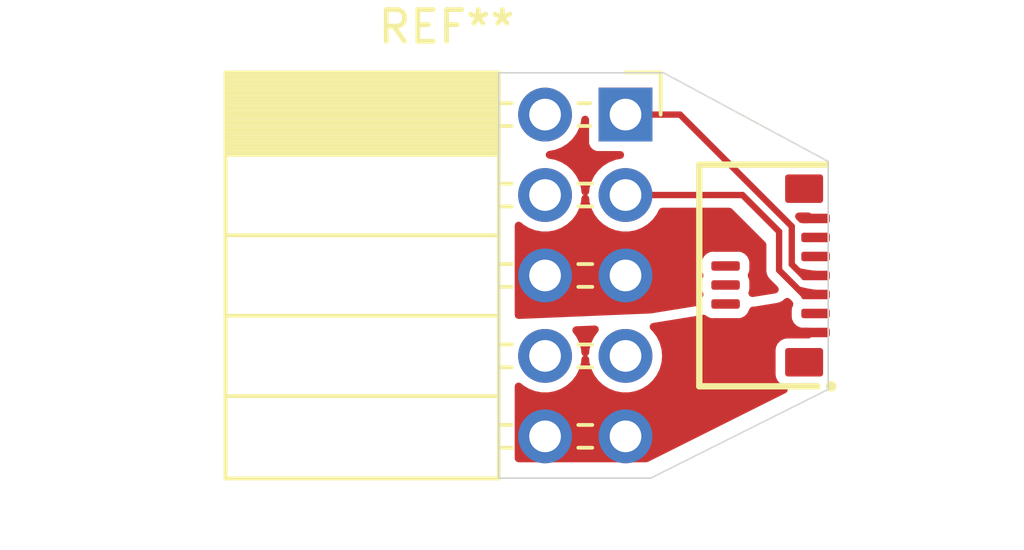
<source format=kicad_pcb>
(kicad_pcb (version 20240108) (generator "pcbnew") (generator_version "8.0")
  (layers (0 "F.Cu" signal) (31 "B.Cu" signal) (34 "B.Paste" user) (35 "F.Paste" user) (36 "B.SilkS" user "B.Silkscreen") (37 "F.SilkS" user "F.Silkscreen") (38 "B.Mask" user) (39 "F.Mask" user) (44 "Edge.Cuts" user))
  (net 0 "")
  (net 1 "GND")
  (net 2 "5V(2)")
  (net 3 "D+")
  (net 4 "D-")
  (net 5 "swc")
  (net 6 "swd")
  (net 7 "antenna")
  (net 8 "Batteryin")
  (footprint "Library:FPC" (layer "F.Cu") (at 173.179997 96.599998 90)
    (property "Reference" "U4" (hide yes))
    (property "Value" "Conn_01x14_Socket")
    (fp_line (start -3.5 -2.25) (end 3.5 -2.25) (stroke (width 0.2)) (layer "F.SilkS"))
    (fp_line (start -3.5 1.48) (end -3.5 -2.25) (stroke (width 0.2)) (layer "F.SilkS"))
    (fp_line (start 3.5 1.75) (end 3.5 -2.25) (stroke (width 0.2)) (layer "F.SilkS"))
    (fp_circle (center -3.5 1.91) (end -3.382638 1.89589) (stroke (width 0.1)) (fill solid) (layer "F.SilkS"))
    (pad "1" smd roundrect (at -1.8 1.42 90) (size 0.3 0.9) (layers "F.Cu" "F.Paste" "F.Mask") (net 2 "5V(2)"))
    (pad "2" smd roundrect (at -1.5 -1.42 90) (size 0.3 0.9) (layers "F.Cu" "F.Paste" "F.Mask") (net 2 "5V(2)"))
    (pad "3" smd roundrect (at -1.200001 1.42 90) (size 0.3 0.9) (layers "F.Cu" "F.Paste" "F.Mask") (net 8 "Batteryin"))
    (pad "4" smd roundrect (at -0.9 -1.420001 90) (size 0.3 0.9) (layers "F.Cu" "F.Paste" "F.Mask") (net 8 "Batteryin"))
    (pad "5" smd roundrect (at -0.6 1.420001 90) (size 0.3 0.9) (layers "F.Cu" "F.Paste" "F.Mask") (net 6 "swd"))
    (pad "6" smd roundrect (at -0.3 -1.420001 90) (size 0.3 0.9) (layers "F.Cu" "F.Paste" "F.Mask") (net 4 "D-"))
    (pad "7" smd roundrect (at 0 1.420001 90) (size 0.3 0.9) (layers "F.Cu" "F.Paste" "F.Mask") (net 5 "swc"))
    (pad "8" smd roundrect (at 0.3 -1.420001 90) (size 0.3 0.9) (layers "F.Cu" "F.Paste" "F.Mask") (net 3 "D+"))
    (pad "9" smd roundrect (at 0.6 1.420001 90) (size 0.3 0.9) (layers "F.Cu" "F.Paste" "F.Mask") (net 1 "GND"))
    (pad "10" smd roundrect (at 0.9 -1.420001 90) (size 0.3 0.9) (layers "F.Cu" "F.Paste" "F.Mask") (net 1 "GND"))
    (pad "11" smd roundrect (at 1.200001 1.42 90) (size 0.3 0.9) (layers "F.Cu" "F.Paste" "F.Mask") (net 7 "antenna"))
    (pad "12" smd roundrect (at 1.5 -1.42 90) (size 0.3 0.9) (layers "F.Cu" "F.Paste" "F.Mask") (net 1 "GND"))
    (pad "13" smd roundrect (at 1.8 1.42 90) (size 0.3 0.9) (layers "F.Cu" "F.Paste" "F.Mask") (net 1 "GND"))
    (pad "14" smd roundrect (at -2.74 1.06 270) (size 0.9 1.2) (layers "F.Cu" "F.Paste" "F.Mask") (roundrect_rratio 0.1))
    (pad "15" smd roundrect (at 2.74 1.06 270) (size 0.9 1.2) (layers "F.Cu" "F.Paste" "F.Mask") (roundrect_rratio 0.1))
  )
  (footprint "Connector_PinSocket_2.54mm:PinSocket_2x05_P2.54mm_Horizontal" (layer "F.Cu") (at 168.599997 91.519997)
    (property "Reference" "REF**" (at -5.65 -2.77 0) (layer "F.SilkS"))
    (property "Value" "PinSocket_2x05_P2.54mm_Horizontal")
    (fp_line (start -12.63 -1.33) (end -12.63 11.49) (stroke (width 0.12)) (layer "F.SilkS"))
    (fp_line (start -12.63 -1.33) (end -4 -1.33) (stroke (width 0.12)) (layer "F.SilkS"))
    (fp_line (start -12.63 -1.21) (end -4 -1.21) (stroke (width 0.12)) (layer "F.SilkS"))
    (fp_line (start -12.63 -1.091905) (end -4 -1.091905) (stroke (width 0.12)) (layer "F.SilkS"))
    (fp_line (start -12.63 -0.97381) (end -4 -0.97381) (stroke (width 0.12)) (layer "F.SilkS"))
    (fp_line (start -12.63 -0.855715) (end -4 -0.855715) (stroke (width 0.12)) (layer "F.SilkS"))
    (fp_line (start -12.63 -0.73762) (end -4 -0.73762) (stroke (width 0.12)) (layer "F.SilkS"))
    (fp_line (start -12.63 -0.619525) (end -4 -0.619525) (stroke (width 0.12)) (layer "F.SilkS"))
    (fp_line (start -12.63 -0.50143) (end -4 -0.50143) (stroke (width 0.12)) (layer "F.SilkS"))
    (fp_line (start -12.63 -0.383335) (end -4 -0.383335) (stroke (width 0.12)) (layer "F.SilkS"))
    (fp_line (start -12.63 -0.26524) (end -4 -0.26524) (stroke (width 0.12)) (layer "F.SilkS"))
    (fp_line (start -12.63 -0.147145) (end -4 -0.147145) (stroke (width 0.12)) (layer "F.SilkS"))
    (fp_line (start -12.63 -0.02905) (end -4 -0.02905) (stroke (width 0.12)) (layer "F.SilkS"))
    (fp_line (start -12.63 0.089045) (end -4 0.089045) (stroke (width 0.12)) (layer "F.SilkS"))
    (fp_line (start -12.63 0.20714) (end -4 0.20714) (stroke (width 0.12)) (layer "F.SilkS"))
    (fp_line (start -12.63 0.325235) (end -4 0.325235) (stroke (width 0.12)) (layer "F.SilkS"))
    (fp_line (start -12.63 0.44333) (end -4 0.44333) (stroke (width 0.12)) (layer "F.SilkS"))
    (fp_line (start -12.63 0.561425) (end -4 0.561425) (stroke (width 0.12)) (layer "F.SilkS"))
    (fp_line (start -12.63 0.67952) (end -4 0.67952) (stroke (width 0.12)) (layer "F.SilkS"))
    (fp_line (start -12.63 0.797615) (end -4 0.797615) (stroke (width 0.12)) (layer "F.SilkS"))
    (fp_line (start -12.63 0.91571) (end -4 0.91571) (stroke (width 0.12)) (layer "F.SilkS"))
    (fp_line (start -12.63 1.033805) (end -4 1.033805) (stroke (width 0.12)) (layer "F.SilkS"))
    (fp_line (start -12.63 1.1519) (end -4 1.1519) (stroke (width 0.12)) (layer "F.SilkS"))
    (fp_line (start -12.63 1.27) (end -4 1.27) (stroke (width 0.12)) (layer "F.SilkS"))
    (fp_line (start -12.63 3.81) (end -4 3.81) (stroke (width 0.12)) (layer "F.SilkS"))
    (fp_line (start -12.63 6.35) (end -4 6.35) (stroke (width 0.12)) (layer "F.SilkS"))
    (fp_line (start -12.63 8.89) (end -4 8.89) (stroke (width 0.12)) (layer "F.SilkS"))
    (fp_line (start -12.63 11.49) (end -4 11.49) (stroke (width 0.12)) (layer "F.SilkS"))
    (fp_line (start -4 -1.33) (end -4 11.49) (stroke (width 0.12)) (layer "F.SilkS"))
    (fp_line (start -4 -0.36) (end -3.59 -0.36) (stroke (width 0.12)) (layer "F.SilkS"))
    (fp_line (start -4 0.36) (end -3.59 0.36) (stroke (width 0.12)) (layer "F.SilkS"))
    (fp_line (start -4 2.18) (end -3.59 2.18) (stroke (width 0.12)) (layer "F.SilkS"))
    (fp_line (start -4 2.9) (end -3.59 2.9) (stroke (width 0.12)) (layer "F.SilkS"))
    (fp_line (start -4 4.72) (end -3.59 4.72) (stroke (width 0.12)) (layer "F.SilkS"))
    (fp_line (start -4 5.44) (end -3.59 5.44) (stroke (width 0.12)) (layer "F.SilkS"))
    (fp_line (start -4 7.26) (end -3.59 7.26) (stroke (width 0.12)) (layer "F.SilkS"))
    (fp_line (start -4 7.98) (end -3.59 7.98) (stroke (width 0.12)) (layer "F.SilkS"))
    (fp_line (start -4 9.8) (end -3.59 9.8) (stroke (width 0.12)) (layer "F.SilkS"))
    (fp_line (start -4 10.52) (end -3.59 10.52) (stroke (width 0.12)) (layer "F.SilkS"))
    (fp_line (start -1.49 -0.36) (end -1.11 -0.36) (stroke (width 0.12)) (layer "F.SilkS"))
    (fp_line (start -1.49 0.36) (end -1.11 0.36) (stroke (width 0.12)) (layer "F.SilkS"))
    (fp_line (start -1.49 2.18) (end -1.05 2.18) (stroke (width 0.12)) (layer "F.SilkS"))
    (fp_line (start -1.49 2.9) (end -1.05 2.9) (stroke (width 0.12)) (layer "F.SilkS"))
    (fp_line (start -1.49 4.72) (end -1.05 4.72) (stroke (width 0.12)) (layer "F.SilkS"))
    (fp_line (start -1.49 5.44) (end -1.05 5.44) (stroke (width 0.12)) (layer "F.SilkS"))
    (fp_line (start -1.49 7.26) (end -1.05 7.26) (stroke (width 0.12)) (layer "F.SilkS"))
    (fp_line (start -1.49 7.98) (end -1.05 7.98) (stroke (width 0.12)) (layer "F.SilkS"))
    (fp_line (start -1.49 9.8) (end -1.05 9.8) (stroke (width 0.12)) (layer "F.SilkS"))
    (fp_line (start -1.49 10.52) (end -1.05 10.52) (stroke (width 0.12)) (layer "F.SilkS"))
    (fp_line (start 0 -1.33) (end 1.11 -1.33) (stroke (width 0.12)) (layer "F.SilkS"))
    (fp_line (start 1.11 -1.33) (end 1.11 0) (stroke (width 0.12)) (layer "F.SilkS"))
    (pad "1" thru_hole rect (at 0 0) (size 1.7 1.7) (drill 1) (layers "*.Cu" "*.Mask") (net 5 "swc"))
    (pad "2" thru_hole oval (at -2.54 0) (size 1.7 1.7) (drill 1) (layers "*.Cu" "*.Mask"))
    (pad "3" thru_hole oval (at 0 2.54) (size 1.7 1.7) (drill 1) (layers "*.Cu" "*.Mask") (net 6 "swd"))
    (pad "4" thru_hole oval (at -2.54 2.54) (size 1.7 1.7) (drill 1) (layers "*.Cu" "*.Mask"))
    (pad "5" thru_hole oval (at 0 5.08) (size 1.7 1.7) (drill 1) (layers "*.Cu" "*.Mask") (net 1 "GND"))
    (pad "6" thru_hole oval (at -2.54 5.08) (size 1.7 1.7) (drill 1) (layers "*.Cu" "*.Mask") (net 1 "GND"))
    (pad "7" thru_hole oval (at 0 7.62) (size 1.7 1.7) (drill 1) (layers "*.Cu" "*.Mask"))
    (pad "8" thru_hole oval (at -2.54 7.62) (size 1.7 1.7) (drill 1) (layers "*.Cu" "*.Mask"))
    (pad "9" thru_hole oval (at 0 10.16) (size 1.7 1.7) (drill 1) (layers "*.Cu" "*.Mask") (net 2 "5V(2)"))
    (pad "10" thru_hole oval (at -2.54 10.16) (size 1.7 1.7) (drill 1) (layers "*.Cu" "*.Mask") (net 2 "5V(2)"))
  )
  (gr_line (start 164.599997 90.199997) (end 164.599997 102.999997) (stroke (width 0.05)) (layer "Edge.Cuts"))
  (gr_line (start 164.599997 102.999997) (end 169.399997 102.999997) (stroke (width 0.05)) (layer "Edge.Cuts"))
  (gr_line (start 169.399997 102.999997) (end 174.999997 100.199997) (stroke (width 0.05)) (layer "Edge.Cuts"))
  (gr_line (start 169.799997 90.199997) (end 164.599997 90.199997) (stroke (width 0.05)) (layer "Edge.Cuts"))
  (gr_line (start 174.999997 92.999997) (end 169.799997 90.199997) (stroke (width 0.05)) (layer "Edge.Cuts"))
  (gr_line (start 174.999997 100.199997) (end 174.999997 92.999997) (stroke (width 0.05)) (layer "Edge.Cuts"))
  (segment (start 174.199998 96.599998) (end 174.399997 96.599998) (width 0.2) (layer "F.Cu") (net 5))
  (segment (start 173.849997 95.049997) (end 173.849997 96.249997) (width 0.2) (layer "F.Cu") (net 5))
  (segment (start 168.599997 91.519997) (end 170.319997 91.519997) (width 0.2) (layer "F.Cu") (net 5))
  (segment (start 173.849997 96.249997) (end 174.199998 96.599998) (width 0.2) (layer "F.Cu") (net 5))
  (segment (start 170.319997 91.519997) (end 173.849997 95.049997) (width 0.2) (layer "F.Cu") (net 5))
  (segment (start 174.217588 97.199998) (end 174.399997 97.199998) (width 0.2) (layer "F.Cu") (net 6))
  (segment (start 173.449997 96.432407) (end 174.217588 97.199998) (width 0.2) (layer "F.Cu") (net 6))
  (segment (start 168.599997 94.059997) (end 172.294311 94.059997) (width 0.2) (layer "F.Cu") (net 6))
  (segment (start 173.449997 95.215683) (end 173.449997 96.432407) (width 0.2) (layer "F.Cu") (net 6))
  (segment (start 172.294311 94.059997) (end 173.449997 95.215683) (width 0.2) (layer "F.Cu") (net 6))
  (zone (net 1) (net_name "GND") (layer "F.Cu") (name "1") (priority 1) (connect_pads yes (clearance 0.3)) (min_thickness 0.25) (fill yes (thermal_gap 0.5) (thermal_bridge_width 0.5))
    (polygon (pts (xy 164.599997 90.199997) (xy 164.599997 97.999997) (xy 169.399997 97.799997) (xy 175.599997 96.799997) (xy 175.799997 91.999997) (xy 169.599997 89.599997)))
  )
  (zone (net 2) (net_name "5V(2)") (layer "F.Cu") (connect_pads yes (clearance 0.3)) (min_thickness 0.25) (fill yes (thermal_gap 0.5) (thermal_bridge_width 0.5))
    (polygon (pts (xy 164.529429 90.249255) (xy 164.529429 103.049255) (xy 169.329429 103.049255) (xy 175.729429 100.849255) (xy 175.729429 92.049255) (xy 169.529429 89.649255)))
  )
)
</source>
